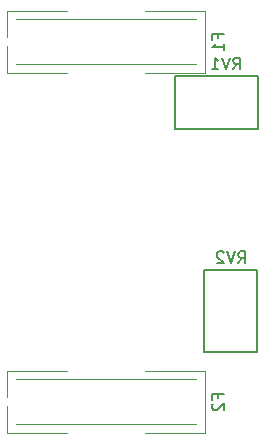
<source format=gbr>
%TF.GenerationSoftware,KiCad,Pcbnew,(5.1.10)-1*%
%TF.CreationDate,2022-01-17T01:47:07+07:00*%
%TF.ProjectId,Mother_module_v3,4d6f7468-6572-45f6-9d6f-64756c655f76,rev?*%
%TF.SameCoordinates,Original*%
%TF.FileFunction,Legend,Bot*%
%TF.FilePolarity,Positive*%
%FSLAX46Y46*%
G04 Gerber Fmt 4.6, Leading zero omitted, Abs format (unit mm)*
G04 Created by KiCad (PCBNEW (5.1.10)-1) date 2022-01-17 01:47:07*
%MOMM*%
%LPD*%
G01*
G04 APERTURE LIST*
%ADD10C,0.150000*%
%ADD11C,0.120000*%
%ADD12R,1.700000X1.700000*%
%ADD13C,1.600000*%
%ADD14O,1.800000X2.400000*%
%ADD15R,1.800000X2.400000*%
%ADD16C,1.900000*%
%ADD17R,1.900000X1.900000*%
G04 APERTURE END LIST*
D10*
%TO.C,RV2*%
X79737000Y-116494000D02*
X75237000Y-116494000D01*
X79737000Y-109494000D02*
X75237000Y-109494000D01*
X79737000Y-116494000D02*
X79737000Y-109494000D01*
X75237000Y-116494000D02*
X75237000Y-109494000D01*
D11*
%TO.C,F2*%
X75362000Y-118097500D02*
X75362000Y-123304500D01*
X70282000Y-118097500D02*
X75362000Y-118097500D01*
X75362000Y-123304500D02*
X70282000Y-123304500D01*
X58598000Y-118097500D02*
X58598000Y-123304500D01*
X59360000Y-118796000D02*
X74600000Y-118796000D01*
X74600000Y-122606000D02*
X59360000Y-122606000D01*
X58598000Y-118097500D02*
X63678000Y-118097500D01*
X63678000Y-123304500D02*
X58598000Y-123304500D01*
D10*
%TO.C,RV1*%
X72838000Y-93085000D02*
X79838000Y-93085000D01*
X72838000Y-97585000D02*
X79838000Y-97585000D01*
X79838000Y-97585000D02*
X79838000Y-93085000D01*
X72838000Y-97585000D02*
X72838000Y-93085000D01*
D11*
%TO.C,F1*%
X63678000Y-92824500D02*
X58598000Y-92824500D01*
X58598000Y-87617500D02*
X63678000Y-87617500D01*
X74600000Y-92126000D02*
X59360000Y-92126000D01*
X59360000Y-88316000D02*
X74600000Y-88316000D01*
X58598000Y-87617500D02*
X58598000Y-92824500D01*
X75362000Y-92824500D02*
X70282000Y-92824500D01*
X70282000Y-87617500D02*
X75362000Y-87617500D01*
X75362000Y-87617500D02*
X75362000Y-92824500D01*
%TO.C,RV2*%
D10*
X78175238Y-108961380D02*
X78508571Y-108485190D01*
X78746666Y-108961380D02*
X78746666Y-107961380D01*
X78365714Y-107961380D01*
X78270476Y-108009000D01*
X78222857Y-108056619D01*
X78175238Y-108151857D01*
X78175238Y-108294714D01*
X78222857Y-108389952D01*
X78270476Y-108437571D01*
X78365714Y-108485190D01*
X78746666Y-108485190D01*
X77889523Y-107961380D02*
X77556190Y-108961380D01*
X77222857Y-107961380D01*
X76937142Y-108056619D02*
X76889523Y-108009000D01*
X76794285Y-107961380D01*
X76556190Y-107961380D01*
X76460952Y-108009000D01*
X76413333Y-108056619D01*
X76365714Y-108151857D01*
X76365714Y-108247095D01*
X76413333Y-108389952D01*
X76984761Y-108961380D01*
X76365714Y-108961380D01*
%TO.C,F2*%
X76433571Y-120367666D02*
X76433571Y-120034333D01*
X76957380Y-120034333D02*
X75957380Y-120034333D01*
X75957380Y-120510523D01*
X76052619Y-120843857D02*
X76005000Y-120891476D01*
X75957380Y-120986714D01*
X75957380Y-121224809D01*
X76005000Y-121320047D01*
X76052619Y-121367666D01*
X76147857Y-121415285D01*
X76243095Y-121415285D01*
X76385952Y-121367666D01*
X76957380Y-120796238D01*
X76957380Y-121415285D01*
%TO.C,RV1*%
X77735238Y-92537380D02*
X78068571Y-92061190D01*
X78306666Y-92537380D02*
X78306666Y-91537380D01*
X77925714Y-91537380D01*
X77830476Y-91585000D01*
X77782857Y-91632619D01*
X77735238Y-91727857D01*
X77735238Y-91870714D01*
X77782857Y-91965952D01*
X77830476Y-92013571D01*
X77925714Y-92061190D01*
X78306666Y-92061190D01*
X77449523Y-91537380D02*
X77116190Y-92537380D01*
X76782857Y-91537380D01*
X75925714Y-92537380D02*
X76497142Y-92537380D01*
X76211428Y-92537380D02*
X76211428Y-91537380D01*
X76306666Y-91680238D01*
X76401904Y-91775476D01*
X76497142Y-91823095D01*
%TO.C,F1*%
X76433571Y-89887666D02*
X76433571Y-89554333D01*
X76957380Y-89554333D02*
X75957380Y-89554333D01*
X75957380Y-90030523D01*
X76957380Y-90935285D02*
X76957380Y-90363857D01*
X76957380Y-90649571D02*
X75957380Y-90649571D01*
X76100238Y-90554333D01*
X76195476Y-90459095D01*
X76243095Y-90363857D01*
%TD*%
%LPC*%
D12*
%TO.C,U3*%
X98650000Y-112827000D03*
D13*
X93650000Y-112827000D03*
%TD*%
D14*
%TO.C,U2*%
X118699500Y-103620000D03*
X113699500Y-103620000D03*
X108699500Y-103620000D03*
X81441500Y-103620000D03*
D15*
X76441500Y-103620000D03*
D14*
X123699500Y-103620000D03*
%TD*%
D16*
%TO.C,XP4*%
X137492000Y-114640000D03*
X129972000Y-114640000D03*
D17*
X137492000Y-119720000D03*
D16*
X129972000Y-119720000D03*
%TD*%
%TO.C,XP2*%
X61646000Y-114640000D03*
X69166000Y-114640000D03*
D17*
X61646000Y-109560000D03*
D16*
X69166000Y-109560000D03*
%TD*%
D13*
%TO.C,RV2*%
X76437000Y-110494000D03*
X78537000Y-115494000D03*
%TD*%
%TO.C,F2*%
X69520000Y-120701000D03*
X59360000Y-120701000D03*
X74600000Y-120701000D03*
X64440000Y-120701000D03*
%TD*%
D16*
%TO.C,XP3*%
X137492000Y-89240000D03*
X129972000Y-89240000D03*
X137492000Y-94320000D03*
X129972000Y-94320000D03*
X137492000Y-99400000D03*
X129972000Y-99400000D03*
D17*
X137492000Y-104480000D03*
D16*
X129972000Y-104480000D03*
%TD*%
%TO.C,XP1*%
X61646000Y-84160000D03*
X69166000Y-84160000D03*
D17*
X61646000Y-79080000D03*
D16*
X69166000Y-79080000D03*
%TD*%
D13*
%TO.C,RV1*%
X78838000Y-94285000D03*
X73838000Y-96385000D03*
%TD*%
%TO.C,F1*%
X69520000Y-90221000D03*
X59360000Y-90221000D03*
X74600000Y-90221000D03*
X64440000Y-90221000D03*
%TD*%
M02*

</source>
